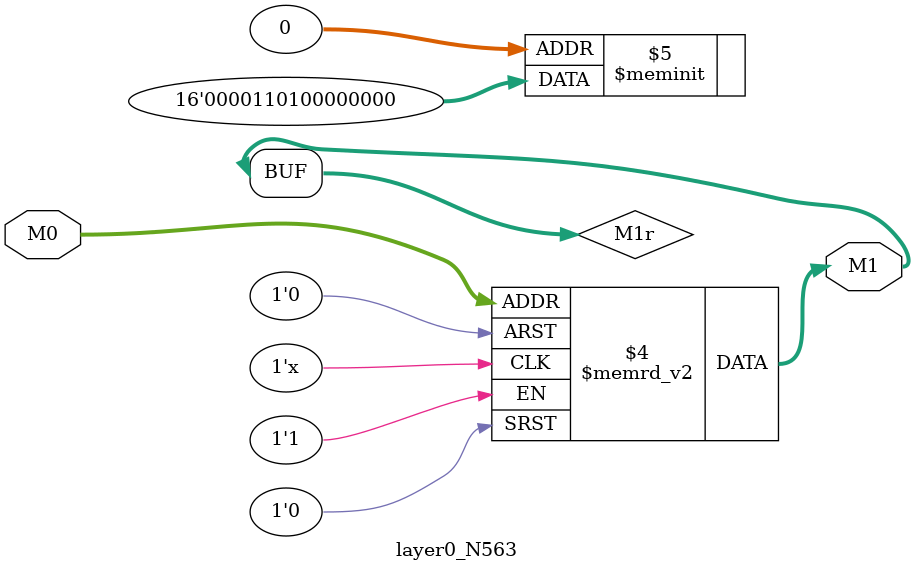
<source format=v>
module layer0_N563 ( input [2:0] M0, output [1:0] M1 );

	(*rom_style = "distributed" *) reg [1:0] M1r;
	assign M1 = M1r;
	always @ (M0) begin
		case (M0)
			3'b000: M1r = 2'b00;
			3'b100: M1r = 2'b01;
			3'b010: M1r = 2'b00;
			3'b110: M1r = 2'b00;
			3'b001: M1r = 2'b00;
			3'b101: M1r = 2'b11;
			3'b011: M1r = 2'b00;
			3'b111: M1r = 2'b00;

		endcase
	end
endmodule

</source>
